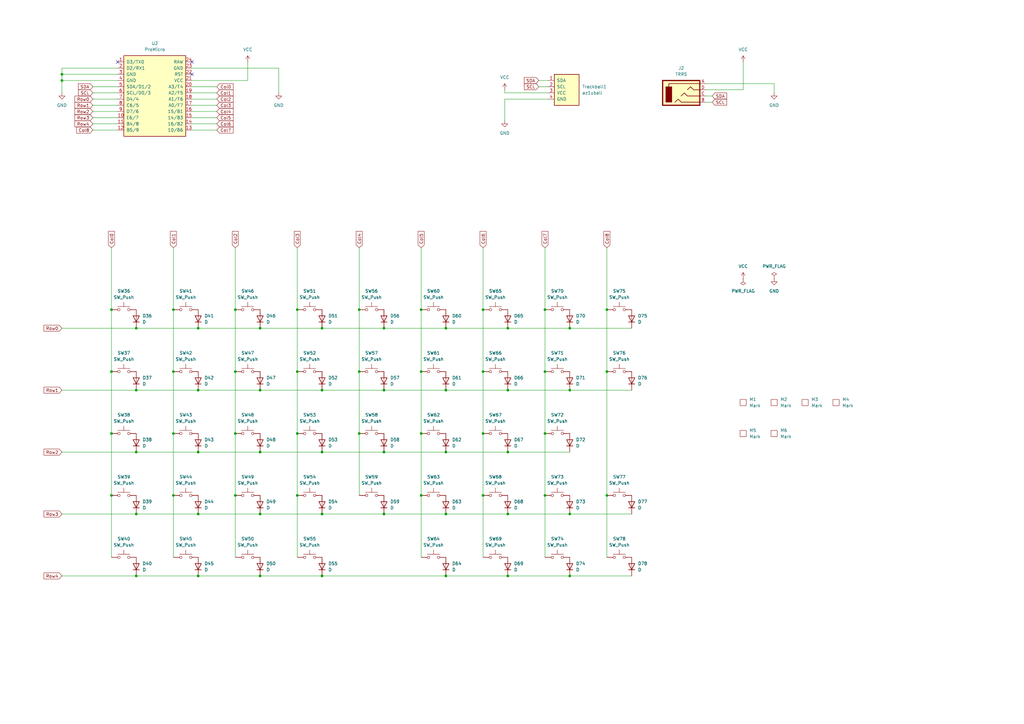
<source format=kicad_sch>
(kicad_sch (version 20231120) (generator "eeschema") (generator_version "8.0")
  (paper "A3")
  (lib_symbols
    (symbol "BrownSugar_KBD:Mark" (pin_numbers hide) (pin_names (offset 0) hide)
      (property "Reference" "M" (at 0 3.81 0))
      (property "Value" "Mark" (at 0 2.54 0))
      (symbol "Mark_0_1"
        (rectangle (start -1.27 1.27) (end 1.27 -1.27))
      )
    )
    (symbol "BrownSugar_KBD:OLED" (pin_names (offset 1.016))
      (property "Reference" "OL" (at 0 7.62 0))
      (property "Value" "OLED" (at 0 -7.62 0))
      (symbol "OLED_0_1"
        (rectangle (start -5.08 6.35) (end 5.08 -6.35) (stroke (width 0.254)) (fill (type background)))
      )
      (symbol "OLED_1_1"
        (pin bidirectional line (at -7.62 3.81 0) (length 2.54) (name "SDA") (number "1"))
        (pin bidirectional line (at -7.62 1.27 0) (length 2.54) (name "SCL") (number "2"))
        (pin power_in line (at -7.62 -1.27 0) (length 2.54) (name "VCC") (number "3"))
        (pin power_in line (at -7.62 -3.81 0) (length 2.54) (name "GND") (number "4"))
      )
    )
    (symbol "BrownSugar_KBD:ProMicro" (pin_names (offset 1.016))
      (property "Reference" "U" (at 0 17.78 0))
      (property "Value" "ProMicro" (at 0 -17.78 0))
      (symbol "ProMicro_0_1"
        (rectangle (start -12.7 16.51) (end 12.7 -16.51) (stroke (width 0.254)) (fill (type background)))
      )
      (symbol "ProMicro_1_1"
        (pin bidirectional line (at -15.24 13.97 0) (length 2.54) (name "D3/TX0") (number "1"))
        (pin bidirectional line (at -15.24 -8.89 0) (length 2.54) (name "E6/7") (number "10"))
        (pin bidirectional line (at -15.24 -11.43 0) (length 2.54) (name "B4/8") (number "11"))
        (pin bidirectional line (at -15.24 -13.97 0) (length 2.54) (name "B5/9") (number "12"))
        (pin bidirectional line (at 15.24 -13.97 180) (length 2.54) (name "10/B6") (number "13"))
        (pin bidirectional line (at 15.24 -11.43 180) (length 2.54) (name "16/B2") (number "14"))
        (pin bidirectional line (at 15.24 -8.89 180) (length 2.54) (name "14/B3") (number "15"))
        (pin bidirectional line (at 15.24 -6.35 180) (length 2.54) (name "15/B1") (number "16"))
        (pin bidirectional line (at 15.24 -3.81 180) (length 2.54) (name "A0/F7") (number "17"))
        (pin bidirectional line (at 15.24 -1.27 180) (length 2.54) (name "A1/F6") (number "18"))
        (pin bidirectional line (at 15.24 1.27 180) (length 2.54) (name "A2/F5") (number "19"))
        (pin bidirectional line (at -15.24 11.43 0) (length 2.54) (name "D2/RX1") (number "2"))
        (pin bidirectional line (at 15.24 3.81 180) (length 2.54) (name "A3/F4") (number "20"))
        (pin power_in line (at 15.24 6.35 180) (length 2.54) (name "VCC") (number "21"))
        (pin input line (at 15.24 8.89 180) (length 2.54) (name "RST") (number "22"))
        (pin power_in line (at 15.24 11.43 180) (length 2.54) (name "GND") (number "23"))
        (pin power_in line (at 15.24 13.97 180) (length 2.54) (name "RAW") (number "24"))
        (pin power_in line (at -15.24 8.89 0) (length 2.54) (name "GND") (number "3"))
        (pin power_in line (at -15.24 6.35 0) (length 2.54) (name "GND") (number "4"))
        (pin bidirectional line (at -15.24 3.81 0) (length 2.54) (name "SDA/D1/2") (number "5"))
        (pin bidirectional line (at -15.24 1.27 0) (length 2.54) (name "SCL/D0/3") (number "6"))
        (pin bidirectional line (at -15.24 -1.27 0) (length 2.54) (name "D4/4") (number "7"))
        (pin bidirectional line (at -15.24 -3.81 0) (length 2.54) (name "C6/5") (number "8"))
        (pin bidirectional line (at -15.24 -6.35 0) (length 2.54) (name "D7/6") (number "9"))
      )
    )
    (symbol "BrownSugar_KBD:TRRS" (pin_names (offset 1.016))
      (property "Reference" "J" (at 0 8.89 0))
      (property "Value" "TRRS" (at 0 6.35 0))
      (symbol "TRRS_0_1"
        (rectangle (start -7.62 5.08) (end 7.62 -5.08) (stroke (width 0.508)) (fill (type background)))
        (rectangle (start -6.35 2.54) (end -3.81 -3.81) (stroke (width 0.127)) (fill (type outline)))
        (polyline (pts (xy 7.62 3.81) (xy -5.08 3.81) (xy -5.08 2.54)) (stroke (width 0.254)))
        (polyline (pts (xy 7.62 -3.81) (xy 0 -3.81) (xy -1.27 -2.54) (xy -2.54 -3.81)) (stroke (width 0.254)))
        (polyline (pts (xy 7.62 -1.27) (xy 2.54 -1.27) (xy 1.27 0) (xy 0 -1.27)) (stroke (width 0.254)))
        (polyline (pts (xy 7.62 1.27) (xy 5.08 1.27) (xy 3.81 2.54) (xy 2.54 1.27)) (stroke (width 0.254)))
      )
      (symbol "TRRS_1_1"
        (pin bidirectional line (at 10.16 3.81 180) (length 2.54) (name "~") (number "A"))
        (pin bidirectional line (at 10.16 -3.81 180) (length 2.54) (name "~") (number "B"))
        (pin bidirectional line (at 10.16 -1.27 180) (length 2.54) (name "~") (number "C"))
        (pin bidirectional line (at 10.16 1.27 180) (length 2.54) (name "~") (number "D"))
      )
    )
    (symbol "Device:D" (pin_numbers hide) (pin_names (offset 1.016) hide)
      (property "Reference" "D" (at 0 2.54 0))
      (property "Value" "D" (at 0 -2.54 0))
      (symbol "D_0_1"
        (polyline (pts (xy -1.27 1.27) (xy -1.27 -1.27)) (stroke (width 0.254)))
        (polyline (pts (xy 1.27 0) (xy -1.27 0)))
        (polyline (pts (xy 1.27 1.27) (xy 1.27 -1.27) (xy -1.27 0) (xy 1.27 1.27)) (stroke (width 0.254)))
      )
      (symbol "D_1_1"
        (pin passive line (at -3.81 0 0) (length 2.54) (name "K") (number "1"))
        (pin passive line (at 3.81 0 180) (length 2.54) (name "A") (number "2"))
      )
    )
    (symbol "Switch:SW_Push" (pin_numbers hide) (pin_names (offset 1.016) hide)
      (property "Reference" "SW" (at 1.27 2.54 0))
      (property "Value" "SW_Push" (at 0 -1.524 0))
      (symbol "SW_Push_0_1"
        (circle (center -2.032 0) (radius 0.508))
        (polyline (pts (xy 0 1.27) (xy 0 3.048)))
        (polyline (pts (xy 2.54 1.27) (xy -2.54 1.27)))
        (circle (center 2.032 0) (radius 0.508))
        (pin passive line (at -5.08 0 0) (length 2.54) (name "1") (number "1"))
        (pin passive line (at 5.08 0 180) (length 2.54) (name "2") (number "2"))
      )
    )
    (symbol "power:GND" (power) (pin_numbers hide) (pin_names (offset 0) hide)
      (property "Value" "GND" (at 0 -3.81 0))
      (symbol "GND_0_1"
        (polyline (pts (xy 0 0) (xy 0 -1.27) (xy 1.27 -1.27) (xy 0 -2.54) (xy -1.27 -1.27) (xy 0 -1.27)))
      )
      (symbol "GND_1_1"
        (pin power_in line (at 0 0 270) (length 0) (name "~") (number "1"))
      )
    )
    (symbol "power:PWR_FLAG" (power) (pin_numbers hide) (pin_names (offset 0) hide)
      (property "Value" "PWR_FLAG" (at 0 3.81 0))
      (symbol "PWR_FLAG_0_0"
        (pin power_out line (at 0 0 90) (length 0) (name "~") (number "1"))
      )
      (symbol "PWR_FLAG_0_1"
        (polyline (pts (xy 0 0) (xy 0 1.27) (xy -1.016 1.905) (xy 0 2.54) (xy 1.016 1.905) (xy 0 1.27)))
      )
    )
    (symbol "power:VCC" (power) (pin_numbers hide) (pin_names (offset 0) hide)
      (property "Value" "VCC" (at 0 3.556 0))
      (symbol "VCC_0_1"
        (polyline (pts (xy -0.762 1.27) (xy 0 2.54)))
        (polyline (pts (xy 0 0) (xy 0 2.54)))
        (polyline (pts (xy 0 2.54) (xy 0.762 1.27)))
      )
      (symbol "VCC_1_1"
        (pin power_in line (at 0 0 90) (length 0) (name "~") (number "1"))
      )
    )
  )
  (junction (at 172.72 127))
  (junction (at 132.08 210.82))
  (junction (at 71.12 203.2))
  (junction (at 132.08 236.22))
  (junction (at 121.92 127))
  (junction (at 172.72 152.4))
  (junction (at 55.88 160.02))
  (junction (at 25.4 30.48))
  (junction (at 157.48 185.42))
  (junction (at 55.88 236.22))
  (junction (at 182.88 160.02))
  (junction (at 106.68 134.62))
  (junction (at 157.48 134.62))
  (junction (at 248.92 152.4))
  (junction (at 96.52 127))
  (junction (at 223.52 127))
  (junction (at 96.52 177.8))
  (junction (at 55.88 185.42))
  (junction (at 223.52 152.4))
  (junction (at 182.88 236.22))
  (junction (at 248.92 203.2))
  (junction (at 71.12 152.4))
  (junction (at 81.28 160.02))
  (junction (at 208.28 210.82))
  (junction (at 121.92 203.2))
  (junction (at 182.88 185.42))
  (junction (at 198.12 152.4))
  (junction (at 208.28 185.42))
  (junction (at 223.52 203.2))
  (junction (at 106.68 210.82))
  (junction (at 208.28 160.02))
  (junction (at 248.92 127))
  (junction (at 81.28 210.82))
  (junction (at 121.92 152.4))
  (junction (at 106.68 160.02))
  (junction (at 208.28 236.22))
  (junction (at 147.32 152.4))
  (junction (at 198.12 203.2))
  (junction (at 132.08 185.42))
  (junction (at 223.52 177.8))
  (junction (at 182.88 210.82))
  (junction (at 71.12 177.8))
  (junction (at 71.12 127))
  (junction (at 55.88 210.82))
  (junction (at 233.68 134.62))
  (junction (at 81.28 185.42))
  (junction (at 198.12 177.8))
  (junction (at 132.08 134.62))
  (junction (at 147.32 177.8))
  (junction (at 172.72 177.8))
  (junction (at 81.28 236.22))
  (junction (at 132.08 160.02))
  (junction (at 96.52 203.2))
  (junction (at 157.48 210.82))
  (junction (at 233.68 236.22))
  (junction (at 182.88 134.62))
  (junction (at 45.72 152.4))
  (junction (at 172.72 203.2))
  (junction (at 96.52 152.4))
  (junction (at 106.68 185.42))
  (junction (at 233.68 210.82))
  (junction (at 25.4 33.02))
  (junction (at 45.72 127))
  (junction (at 147.32 127))
  (junction (at 45.72 177.8))
  (junction (at 81.28 134.62))
  (junction (at 208.28 134.62))
  (junction (at 106.68 236.22))
  (junction (at 198.12 127))
  (junction (at 55.88 134.62))
  (junction (at 157.48 160.02))
  (junction (at 121.92 177.8))
  (junction (at 45.72 203.2))
  (junction (at 233.68 160.02))
  (no_connect (at 48.26 25.4))
  (no_connect (at 78.74 30.48))
  (no_connect (at 78.74 25.4))
  (wire (pts (xy 45.72 101.6) (xy 45.72 127)))
  (wire (pts (xy 208.28 185.42) (xy 233.68 185.42)))
  (wire (pts (xy 25.4 210.82) (xy 55.88 210.82)))
  (wire (pts (xy 248.92 203.2) (xy 248.92 228.6)))
  (wire (pts (xy 38.1 38.1) (xy 48.26 38.1)))
  (wire (pts (xy 208.28 134.62) (xy 233.68 134.62)))
  (wire (pts (xy 198.12 203.2) (xy 198.12 228.6)))
  (wire (pts (xy 38.1 53.34) (xy 48.26 53.34)))
  (wire (pts (xy 25.4 160.02) (xy 55.88 160.02)))
  (wire (pts (xy 38.1 35.56) (xy 48.26 35.56)))
  (wire (pts (xy 101.6 33.02) (xy 101.6 25.4)))
  (wire (pts (xy 147.32 101.6) (xy 147.32 127)))
  (wire (pts (xy 78.74 38.1) (xy 88.9 38.1)))
  (wire (pts (xy 223.52 177.8) (xy 223.52 203.2)))
  (wire (pts (xy 289.56 36.83) (xy 304.8 36.83)))
  (wire (pts (xy 38.1 43.18) (xy 48.26 43.18)))
  (wire (pts (xy 182.88 134.62) (xy 208.28 134.62)))
  (wire (pts (xy 233.68 134.62) (xy 259.08 134.62)))
  (wire (pts (xy 96.52 203.2) (xy 96.52 228.6)))
  (wire (pts (xy 223.52 127) (xy 223.52 152.4)))
  (wire (pts (xy 207.01 40.64) (xy 224.79 40.64)))
  (wire (pts (xy 48.26 30.48) (xy 25.4 30.48)))
  (wire (pts (xy 121.92 127) (xy 121.92 152.4)))
  (wire (pts (xy 121.92 152.4) (xy 121.92 177.8)))
  (wire (pts (xy 207.01 38.1) (xy 224.79 38.1)))
  (wire (pts (xy 96.52 177.8) (xy 96.52 203.2)))
  (wire (pts (xy 71.12 101.6) (xy 71.12 127)))
  (wire (pts (xy 81.28 236.22) (xy 106.68 236.22)))
  (wire (pts (xy 198.12 152.4) (xy 198.12 177.8)))
  (wire (pts (xy 38.1 48.26) (xy 48.26 48.26)))
  (wire (pts (xy 78.74 50.8) (xy 88.9 50.8)))
  (wire (pts (xy 172.72 127) (xy 172.72 152.4)))
  (wire (pts (xy 25.4 185.42) (xy 55.88 185.42)))
  (wire (pts (xy 38.1 40.64) (xy 48.26 40.64)))
  (wire (pts (xy 78.74 48.26) (xy 88.9 48.26)))
  (wire (pts (xy 25.4 27.94) (xy 48.26 27.94)))
  (wire (pts (xy 289.56 34.29) (xy 317.5 34.29)))
  (wire (pts (xy 55.88 236.22) (xy 81.28 236.22)))
  (wire (pts (xy 71.12 203.2) (xy 71.12 228.6)))
  (wire (pts (xy 157.48 134.62) (xy 182.88 134.62)))
  (wire (pts (xy 114.3 27.94) (xy 114.3 38.1)))
  (wire (pts (xy 55.88 210.82) (xy 81.28 210.82)))
  (wire (pts (xy 38.1 45.72) (xy 48.26 45.72)))
  (wire (pts (xy 248.92 101.6) (xy 248.92 127)))
  (wire (pts (xy 96.52 152.4) (xy 96.52 177.8)))
  (wire (pts (xy 106.68 236.22) (xy 132.08 236.22)))
  (wire (pts (xy 45.72 127) (xy 45.72 152.4)))
  (wire (pts (xy 81.28 134.62) (xy 106.68 134.62)))
  (wire (pts (xy 157.48 160.02) (xy 182.88 160.02)))
  (wire (pts (xy 71.12 152.4) (xy 71.12 177.8)))
  (wire (pts (xy 45.72 203.2) (xy 45.72 228.6)))
  (wire (pts (xy 172.72 203.2) (xy 172.72 228.6)))
  (wire (pts (xy 198.12 101.6) (xy 198.12 127)))
  (wire (pts (xy 207.01 36.83) (xy 207.01 38.1)))
  (wire (pts (xy 55.88 185.42) (xy 81.28 185.42)))
  (wire (pts (xy 106.68 160.02) (xy 132.08 160.02)))
  (wire (pts (xy 208.28 160.02) (xy 233.68 160.02)))
  (wire (pts (xy 248.92 127) (xy 248.92 152.4)))
  (wire (pts (xy 48.26 33.02) (xy 25.4 33.02)))
  (wire (pts (xy 25.4 134.62) (xy 55.88 134.62)))
  (wire (pts (xy 78.74 35.56) (xy 88.9 35.56)))
  (wire (pts (xy 71.12 177.8) (xy 71.12 203.2)))
  (wire (pts (xy 147.32 127) (xy 147.32 152.4)))
  (wire (pts (xy 223.52 152.4) (xy 223.52 177.8)))
  (wire (pts (xy 78.74 53.34) (xy 88.9 53.34)))
  (wire (pts (xy 182.88 160.02) (xy 208.28 160.02)))
  (wire (pts (xy 157.48 185.42) (xy 182.88 185.42)))
  (wire (pts (xy 248.92 152.4) (xy 248.92 203.2)))
  (wire (pts (xy 304.8 36.83) (xy 304.8 25.4)))
  (wire (pts (xy 55.88 160.02) (xy 81.28 160.02)))
  (wire (pts (xy 78.74 40.64) (xy 88.9 40.64)))
  (wire (pts (xy 132.08 160.02) (xy 157.48 160.02)))
  (wire (pts (xy 38.1 50.8) (xy 48.26 50.8)))
  (wire (pts (xy 208.28 236.22) (xy 233.68 236.22)))
  (wire (pts (xy 182.88 185.42) (xy 208.28 185.42)))
  (wire (pts (xy 207.01 40.64) (xy 207.01 49.53)))
  (wire (pts (xy 317.5 34.29) (xy 317.5 38.1)))
  (wire (pts (xy 220.98 33.02) (xy 224.79 33.02)))
  (wire (pts (xy 233.68 160.02) (xy 259.08 160.02)))
  (wire (pts (xy 121.92 203.2) (xy 121.92 228.6)))
  (wire (pts (xy 182.88 236.22) (xy 208.28 236.22)))
  (wire (pts (xy 121.92 177.8) (xy 121.92 203.2)))
  (wire (pts (xy 233.68 236.22) (xy 259.08 236.22)))
  (wire (pts (xy 172.72 152.4) (xy 172.72 177.8)))
  (wire (pts (xy 81.28 185.42) (xy 106.68 185.42)))
  (wire (pts (xy 45.72 177.8) (xy 45.72 203.2)))
  (wire (pts (xy 132.08 185.42) (xy 157.48 185.42)))
  (wire (pts (xy 55.88 134.62) (xy 81.28 134.62)))
  (wire (pts (xy 25.4 33.02) (xy 25.4 38.1)))
  (wire (pts (xy 172.72 177.8) (xy 172.72 203.2)))
  (wire (pts (xy 223.52 203.2) (xy 223.52 228.6)))
  (wire (pts (xy 121.92 101.6) (xy 121.92 127)))
  (wire (pts (xy 208.28 210.82) (xy 233.68 210.82)))
  (wire (pts (xy 78.74 43.18) (xy 88.9 43.18)))
  (wire (pts (xy 106.68 134.62) (xy 132.08 134.62)))
  (wire (pts (xy 96.52 101.6) (xy 96.52 127)))
  (wire (pts (xy 132.08 134.62) (xy 157.48 134.62)))
  (wire (pts (xy 114.3 27.94) (xy 78.74 27.94)))
  (wire (pts (xy 106.68 210.82) (xy 132.08 210.82)))
  (wire (pts (xy 96.52 127) (xy 96.52 152.4)))
  (wire (pts (xy 45.72 152.4) (xy 45.72 177.8)))
  (wire (pts (xy 25.4 30.48) (xy 25.4 33.02)))
  (wire (pts (xy 220.98 35.56) (xy 224.79 35.56)))
  (wire (pts (xy 182.88 210.82) (xy 208.28 210.82)))
  (wire (pts (xy 78.74 33.02) (xy 101.6 33.02)))
  (wire (pts (xy 106.68 185.42) (xy 132.08 185.42)))
  (wire (pts (xy 289.56 39.37) (xy 292.1 39.37)))
  (wire (pts (xy 157.48 210.82) (xy 182.88 210.82)))
  (wire (pts (xy 81.28 160.02) (xy 106.68 160.02)))
  (wire (pts (xy 25.4 27.94) (xy 25.4 30.48)))
  (wire (pts (xy 198.12 177.8) (xy 198.12 203.2)))
  (wire (pts (xy 71.12 127) (xy 71.12 152.4)))
  (wire (pts (xy 132.08 236.22) (xy 182.88 236.22)))
  (wire (pts (xy 25.4 236.22) (xy 55.88 236.22)))
  (wire (pts (xy 81.28 210.82) (xy 106.68 210.82)))
  (wire (pts (xy 233.68 210.82) (xy 259.08 210.82)))
  (wire (pts (xy 289.56 41.91) (xy 292.1 41.91)))
  (wire (pts (xy 198.12 127) (xy 198.12 152.4)))
  (wire (pts (xy 172.72 101.6) (xy 172.72 127)))
  (wire (pts (xy 78.74 45.72) (xy 88.9 45.72)))
  (wire (pts (xy 147.32 177.8) (xy 147.32 203.2)))
  (wire (pts (xy 132.08 210.82) (xy 157.48 210.82)))
  (wire (pts (xy 223.52 101.6) (xy 223.52 127)))
  (wire (pts (xy 147.32 152.4) (xy 147.32 177.8)))
  (global_label "Col7" (shape input) (at 88.9 53.34 0) (property "Intersheetrefs" "${INTERSHEET_REFS}" (effects (hide yes))))
  (global_label "Col6" (shape input) (at 88.9 50.8 0) (property "Intersheetrefs" "${INTERSHEET_REFS}" (effects (hide yes))))
  (global_label "Row0" (shape input) (at 25.4 134.62 180) (property "Intersheetrefs" "${INTERSHEET_REFS}" (effects (hide yes))))
  (global_label "Row2" (shape input) (at 25.4 185.42 180) (property "Intersheetrefs" "${INTERSHEET_REFS}" (effects (hide yes))))
  (global_label "Row0" (shape input) (at 38.1 40.64 180) (property "Intersheetrefs" "${INTERSHEET_REFS}" (effects (hide yes))))
  (global_label "Col3" (shape input) (at 121.92 101.6 90) (property "Intersheetrefs" "${INTERSHEET_REFS}" (effects (hide yes))))
  (global_label "Col8" (shape input) (at 248.92 101.6 90) (property "Intersheetrefs" "${INTERSHEET_REFS}" (effects (hide yes))))
  (global_label "Col7" (shape input) (at 223.52 101.6 90) (property "Intersheetrefs" "${INTERSHEET_REFS}" (effects (hide yes))))
  (global_label "Col5" (shape input) (at 88.9 48.26 0) (property "Intersheetrefs" "${INTERSHEET_REFS}" (effects (hide yes))))
  (global_label "Row3" (shape input) (at 38.1 48.26 180) (property "Intersheetrefs" "${INTERSHEET_REFS}" (effects (hide yes))))
  (global_label "SCL" (shape input) (at 220.98 35.56 180) (property "Intersheetrefs" "${INTERSHEET_REFS}" (effects (hide yes))))
  (global_label "Col4" (shape input) (at 147.32 101.6 90) (property "Intersheetrefs" "${INTERSHEET_REFS}" (effects (hide yes))))
  (global_label "Col0" (shape input) (at 88.9 35.56 0) (property "Intersheetrefs" "${INTERSHEET_REFS}" (effects (hide yes))))
  (global_label "SCL" (shape input) (at 292.1 41.91 0) (property "Intersheetrefs" "${INTERSHEET_REFS}" (effects (hide yes))))
  (global_label "Col1" (shape input) (at 88.9 38.1 0) (property "Intersheetrefs" "${INTERSHEET_REFS}" (effects (hide yes))))
  (global_label "Col3" (shape input) (at 88.9 43.18 0) (property "Intersheetrefs" "${INTERSHEET_REFS}" (effects (hide yes))))
  (global_label "Row4" (shape input) (at 38.1 50.8 180) (property "Intersheetrefs" "${INTERSHEET_REFS}" (effects (hide yes))))
  (global_label "Col5" (shape input) (at 172.72 101.6 90) (property "Intersheetrefs" "${INTERSHEET_REFS}" (effects (hide yes))))
  (global_label "Row4" (shape input) (at 25.4 236.22 180) (property "Intersheetrefs" "${INTERSHEET_REFS}" (effects (hide yes))))
  (global_label "Col0" (shape input) (at 45.72 101.6 90) (property "Intersheetrefs" "${INTERSHEET_REFS}" (effects (hide yes))))
  (global_label "SDA" (shape input) (at 220.98 33.02 180) (property "Intersheetrefs" "${INTERSHEET_REFS}" (effects (hide yes))))
  (global_label "Row1" (shape input) (at 25.4 160.02 180) (property "Intersheetrefs" "${INTERSHEET_REFS}" (effects (hide yes))))
  (global_label "Col1" (shape input) (at 71.12 101.6 90) (property "Intersheetrefs" "${INTERSHEET_REFS}" (effects (hide yes))))
  (global_label "Row3" (shape input) (at 25.4 210.82 180) (property "Intersheetrefs" "${INTERSHEET_REFS}" (effects (hide yes))))
  (global_label "Col2" (shape input) (at 96.52 101.6 90) (property "Intersheetrefs" "${INTERSHEET_REFS}" (effects (hide yes))))
  (global_label "Row2" (shape input) (at 38.1 45.72 180) (property "Intersheetrefs" "${INTERSHEET_REFS}" (effects (hide yes))))
  (global_label "SCL" (shape input) (at 38.1 38.1 180) (property "Intersheetrefs" "${INTERSHEET_REFS}" (effects (hide yes))))
  (global_label "Col8" (shape input) (at 38.1 53.34 180) (property "Intersheetrefs" "${INTERSHEET_REFS}" (effects (hide yes))))
  (global_label "SDA" (shape input) (at 292.1 39.37 0) (property "Intersheetrefs" "${INTERSHEET_REFS}" (effects (hide yes))))
  (global_label "Row1" (shape input) (at 38.1 43.18 180) (property "Intersheetrefs" "${INTERSHEET_REFS}" (effects (hide yes))))
  (global_label "Col4" (shape input) (at 88.9 45.72 0) (property "Intersheetrefs" "${INTERSHEET_REFS}" (effects (hide yes))))
  (global_label "SDA" (shape input) (at 38.1 35.56 180) (property "Intersheetrefs" "${INTERSHEET_REFS}" (effects (hide yes))))
  (global_label "Col6" (shape input) (at 198.12 101.6 90) (property "Intersheetrefs" "${INTERSHEET_REFS}" (effects (hide yes))))
  (global_label "Col2" (shape input) (at 88.9 40.64 0) (property "Intersheetrefs" "${INTERSHEET_REFS}" (effects (hide yes))))
  (symbol (lib_id "Device:D") (at 106.68 156.21 90) (unit 1)
    (property "Reference" "D47" (at 109.22 154.9399 90) (effects (justify right)))
    (property "Value" "D" (at 109.22 157.4799 90) (effects (justify right)))
    (property "Footprint" "kbd_Parts:Diode_TH_SMD" (effects (hide yes)))
    (property "Description" "Diode" (effects (hide yes)))
    (property "Sim.Device" "D" (effects (hide yes)))
    (property "Sim.Pins" "1=K 2=A" (effects (hide yes)))
  )
  (symbol (lib_id "Switch:SW_Push") (at 254 203.2 0) (mirror y) (unit 1)
    (property "Reference" "SW77" (at 254 195.58 0))
    (property "Value" "SW_Push" (at 254 198.12 0))
    (property "Footprint" "kbd_SW:Choc_Hotswap_1u" (effects (hide yes)))
    (property "Description" "Push button switch, generic, two pins" (effects (hide yes)))
  )
  (symbol (lib_id "Device:D") (at 182.88 156.21 90) (unit 1)
    (property "Reference" "D61" (at 185.42 154.9399 90) (effects (justify right)))
    (property "Value" "D" (at 185.42 157.4799 90) (effects (justify right)))
    (property "Footprint" "kbd_Parts:Diode_TH_SMD" (effects (hide yes)))
    (property "Description" "Diode" (effects (hide yes)))
    (property "Sim.Device" "D" (effects (hide yes)))
    (property "Sim.Pins" "1=K 2=A" (effects (hide yes)))
  )
  (symbol (lib_id "Device:D") (at 106.68 232.41 90) (unit 1)
    (property "Reference" "D50" (at 109.22 231.1399 90) (effects (justify right)))
    (property "Value" "D" (at 109.22 233.6799 90) (effects (justify right)))
    (property "Footprint" "kbd_Parts:Diode_TH_SMD" (effects (hide yes)))
    (property "Description" "Diode" (effects (hide yes)))
    (property "Sim.Device" "D" (effects (hide yes)))
    (property "Sim.Pins" "1=K 2=A" (effects (hide yes)))
  )
  (symbol (lib_id "Switch:SW_Push") (at 127 203.2 0) (mirror y) (unit 1)
    (property "Reference" "SW54" (at 127 195.58 0))
    (property "Value" "SW_Push" (at 127 198.12 0))
    (property "Footprint" "kbd_SW:Choc_Hotswap_1u" (effects (hide yes)))
    (property "Description" "Push button switch, generic, two pins" (effects (hide yes)))
  )
  (symbol (lib_id "Device:D") (at 233.68 130.81 90) (unit 1)
    (property "Reference" "D70" (at 236.22 129.5399 90) (effects (justify right)))
    (property "Value" "D" (at 236.22 132.0799 90) (effects (justify right)))
    (property "Footprint" "kbd_Parts:Diode_TH_SMD" (effects (hide yes)))
    (property "Description" "Diode" (effects (hide yes)))
    (property "Sim.Device" "D" (effects (hide yes)))
    (property "Sim.Pins" "1=K 2=A" (effects (hide yes)))
  )
  (symbol (lib_id "Switch:SW_Push") (at 76.2 228.6 0) (mirror y) (unit 1)
    (property "Reference" "SW45" (at 76.2 220.98 0))
    (property "Value" "SW_Push" (at 76.2 223.52 0))
    (property "Footprint" "kbd_SW:Choc_Hotswap_1u" (effects (hide yes)))
    (property "Description" "Push button switch, generic, two pins" (effects (hide yes)))
  )
  (symbol (lib_id "Device:D") (at 259.08 130.81 90) (unit 1)
    (property "Reference" "D75" (at 261.62 129.5399 90) (effects (justify right)))
    (property "Value" "D" (at 261.62 132.0799 90) (effects (justify right)))
    (property "Footprint" "kbd_Parts:Diode_TH_SMD" (effects (hide yes)))
    (property "Description" "Diode" (effects (hide yes)))
    (property "Sim.Device" "D" (effects (hide yes)))
    (property "Sim.Pins" "1=K 2=A" (effects (hide yes)))
  )
  (symbol (lib_id "Switch:SW_Push") (at 101.6 177.8 0) (mirror y) (unit 1)
    (property "Reference" "SW48" (at 101.6 170.18 0))
    (property "Value" "SW_Push" (at 101.6 172.72 0))
    (property "Footprint" "kbd_SW:Choc_Hotswap_1u" (effects (hide yes)))
    (property "Description" "Push button switch, generic, two pins" (effects (hide yes)))
  )
  (symbol (lib_id "power:PWR_FLAG") (at 317.5 114.3 0) (unit 1)
    (property "Reference" "#FLG03" (effects (hide yes)))
    (property "Value" "PWR_FLAG" (at 317.5 109.22 0))
    (property "Description" "Special symbol for telling ERC where power comes from" (effects (hide yes)))
  )
  (symbol (lib_id "Device:D") (at 132.08 232.41 90) (unit 1)
    (property "Reference" "D55" (at 134.62 231.1399 90) (effects (justify right)))
    (property "Value" "D" (at 134.62 233.6799 90) (effects (justify right)))
    (property "Footprint" "kbd_Parts:Diode_TH_SMD" (effects (hide yes)))
    (property "Description" "Diode" (effects (hide yes)))
    (property "Sim.Device" "D" (effects (hide yes)))
    (property "Sim.Pins" "1=K 2=A" (effects (hide yes)))
  )
  (symbol (lib_id "Device:D") (at 208.28 207.01 90) (unit 1)
    (property "Reference" "D68" (at 210.82 205.7399 90) (effects (justify right)))
    (property "Value" "D" (at 210.82 208.2799 90) (effects (justify right)))
    (property "Footprint" "kbd_Parts:Diode_TH_SMD" (effects (hide yes)))
    (property "Description" "Diode" (effects (hide yes)))
    (property "Sim.Device" "D" (effects (hide yes)))
    (property "Sim.Pins" "1=K 2=A" (effects (hide yes)))
  )
  (symbol (lib_id "Switch:SW_Push") (at 101.6 152.4 0) (mirror y) (unit 1)
    (property "Reference" "SW47" (at 101.6 144.78 0))
    (property "Value" "SW_Push" (at 101.6 147.32 0))
    (property "Footprint" "kbd_SW:Choc_Hotswap_1u" (effects (hide yes)))
    (property "Description" "Push button switch, generic, two pins" (effects (hide yes)))
  )
  (symbol (lib_id "Device:D") (at 132.08 207.01 90) (unit 1)
    (property "Reference" "D54" (at 134.62 205.7399 90) (effects (justify right)))
    (property "Value" "D" (at 134.62 208.2799 90) (effects (justify right)))
    (property "Footprint" "kbd_Parts:Diode_TH_SMD" (effects (hide yes)))
    (property "Description" "Diode" (effects (hide yes)))
    (property "Sim.Device" "D" (effects (hide yes)))
    (property "Sim.Pins" "1=K 2=A" (effects (hide yes)))
  )
  (symbol (lib_id "Switch:SW_Push") (at 228.6 177.8 0) (mirror y) (unit 1)
    (property "Reference" "SW72" (at 228.6 170.18 0))
    (property "Value" "SW_Push" (at 228.6 172.72 0))
    (property "Footprint" "kbd_SW:Choc_Hotswap_2u_Stab" (effects (hide yes)))
    (property "Description" "Push button switch, generic, two pins" (effects (hide yes)))
  )
  (symbol (lib_id "Device:D") (at 233.68 156.21 90) (unit 1)
    (property "Reference" "D71" (at 236.22 154.9399 90) (effects (justify right)))
    (property "Value" "D" (at 236.22 157.4799 90) (effects (justify right)))
    (property "Footprint" "kbd_Parts:Diode_TH_SMD" (effects (hide yes)))
    (property "Description" "Diode" (effects (hide yes)))
    (property "Sim.Device" "D" (effects (hide yes)))
    (property "Sim.Pins" "1=K 2=A" (effects (hide yes)))
  )
  (symbol (lib_id "Device:D") (at 233.68 232.41 90) (unit 1)
    (property "Reference" "D74" (at 236.22 231.1399 90) (effects (justify right)))
    (property "Value" "D" (at 236.22 233.6799 90) (effects (justify right)))
    (property "Footprint" "kbd_Parts:Diode_TH_SMD" (effects (hide yes)))
    (property "Description" "Diode" (effects (hide yes)))
    (property "Sim.Device" "D" (effects (hide yes)))
    (property "Sim.Pins" "1=K 2=A" (effects (hide yes)))
  )
  (symbol (lib_id "Device:D") (at 157.48 156.21 90) (unit 1)
    (property "Reference" "D57" (at 160.02 154.9399 90) (effects (justify right)))
    (property "Value" "D" (at 160.02 157.4799 90) (effects (justify right)))
    (property "Footprint" "kbd_Parts:Diode_TH_SMD" (effects (hide yes)))
    (property "Description" "Diode" (effects (hide yes)))
    (property "Sim.Device" "D" (effects (hide yes)))
    (property "Sim.Pins" "1=K 2=A" (effects (hide yes)))
  )
  (symbol (lib_id "Switch:SW_Push") (at 203.2 152.4 0) (mirror y) (unit 1)
    (property "Reference" "SW66" (at 203.2 144.78 0))
    (property "Value" "SW_Push" (at 203.2 147.32 0))
    (property "Footprint" "kbd_SW:Choc_Hotswap_1u" (effects (hide yes)))
    (property "Description" "Push button switch, generic, two pins" (effects (hide yes)))
  )
  (symbol (lib_id "Switch:SW_Push") (at 203.2 177.8 0) (mirror y) (unit 1)
    (property "Reference" "SW67" (at 203.2 170.18 0))
    (property "Value" "SW_Push" (at 203.2 172.72 0))
    (property "Footprint" "kbd_SW:Choc_Hotswap_1u" (effects (hide yes)))
    (property "Description" "Push button switch, generic, two pins" (effects (hide yes)))
  )
  (symbol (lib_id "Switch:SW_Push") (at 177.8 177.8 0) (mirror y) (unit 1)
    (property "Reference" "SW62" (at 177.8 170.18 0))
    (property "Value" "SW_Push" (at 177.8 172.72 0))
    (property "Footprint" "kbd_SW:Choc_Hotswap_1u" (effects (hide yes)))
    (property "Description" "Push button switch, generic, two pins" (effects (hide yes)))
  )
  (symbol (lib_id "Device:D") (at 106.68 207.01 90) (unit 1)
    (property "Reference" "D49" (at 109.22 205.7399 90) (effects (justify right)))
    (property "Value" "D" (at 109.22 208.2799 90) (effects (justify right)))
    (property "Footprint" "kbd_Parts:Diode_TH_SMD" (effects (hide yes)))
    (property "Description" "Diode" (effects (hide yes)))
    (property "Sim.Device" "D" (effects (hide yes)))
    (property "Sim.Pins" "1=K 2=A" (effects (hide yes)))
  )
  (symbol (lib_id "Device:D") (at 132.08 130.81 90) (unit 1)
    (property "Reference" "D51" (at 134.62 129.5399 90) (effects (justify right)))
    (property "Value" "D" (at 134.62 132.0799 90) (effects (justify right)))
    (property "Footprint" "kbd_Parts:Diode_TH_SMD" (effects (hide yes)))
    (property "Description" "Diode" (effects (hide yes)))
    (property "Sim.Device" "D" (effects (hide yes)))
    (property "Sim.Pins" "1=K 2=A" (effects (hide yes)))
  )
  (symbol (lib_id "Device:D") (at 182.88 130.81 90) (unit 1)
    (property "Reference" "D60" (at 185.42 129.5399 90) (effects (justify right)))
    (property "Value" "D" (at 185.42 132.0799 90) (effects (justify right)))
    (property "Footprint" "kbd_Parts:Diode_TH_SMD" (effects (hide yes)))
    (property "Description" "Diode" (effects (hide yes)))
    (property "Sim.Device" "D" (effects (hide yes)))
    (property "Sim.Pins" "1=K 2=A" (effects (hide yes)))
  )
  (symbol (lib_id "Switch:SW_Push") (at 76.2 152.4 0) (mirror y) (unit 1)
    (property "Reference" "SW42" (at 76.2 144.78 0))
    (property "Value" "SW_Push" (at 76.2 147.32 0))
    (property "Footprint" "kbd_SW:Choc_Hotswap_1u" (effects (hide yes)))
    (property "Description" "Push button switch, generic, two pins" (effects (hide yes)))
  )
  (symbol (lib_id "Device:D") (at 132.08 156.21 90) (unit 1)
    (property "Reference" "D52" (at 134.62 154.9399 90) (effects (justify right)))
    (property "Value" "D" (at 134.62 157.4799 90) (effects (justify right)))
    (property "Footprint" "kbd_Parts:Diode_TH_SMD" (effects (hide yes)))
    (property "Description" "Diode" (effects (hide yes)))
    (property "Sim.Device" "D" (effects (hide yes)))
    (property "Sim.Pins" "1=K 2=A" (effects (hide yes)))
  )
  (symbol (lib_id "Device:D") (at 55.88 156.21 90) (unit 1)
    (property "Reference" "D37" (at 58.42 154.9399 90) (effects (justify right)))
    (property "Value" "D" (at 58.42 157.4799 90) (effects (justify right)))
    (property "Footprint" "kbd_Parts:Diode_TH_SMD" (effects (hide yes)))
    (property "Description" "Diode" (effects (hide yes)))
    (property "Sim.Device" "D" (effects (hide yes)))
    (property "Sim.Pins" "1=K 2=A" (effects (hide yes)))
  )
  (symbol (lib_id "Device:D") (at 259.08 207.01 90) (unit 1)
    (property "Reference" "D77" (at 261.62 205.7399 90) (effects (justify right)))
    (property "Value" "D" (at 261.62 208.2799 90) (effects (justify right)))
    (property "Footprint" "kbd_Parts:Diode_TH_SMD" (effects (hide yes)))
    (property "Description" "Diode" (effects (hide yes)))
    (property "Sim.Device" "D" (effects (hide yes)))
    (property "Sim.Pins" "1=K 2=A" (effects (hide yes)))
  )
  (symbol (lib_id "Switch:SW_Push") (at 50.8 203.2 0) (mirror y) (unit 1)
    (property "Reference" "SW39" (at 50.8 195.58 0))
    (property "Value" "SW_Push" (at 50.8 198.12 0))
    (property "Footprint" "kbd_SW:Choc_Hotswap_1u" (effects (hide yes)))
    (property "Description" "Push button switch, generic, two pins" (effects (hide yes)))
  )
  (symbol (lib_id "Switch:SW_Push") (at 177.8 228.6 0) (mirror y) (unit 1)
    (property "Reference" "SW64" (at 177.8 220.98 0))
    (property "Value" "SW_Push" (at 177.8 223.52 0))
    (property "Footprint" "kbd_SW:Choc_Hotswap_1u" (effects (hide yes)))
    (property "Description" "Push button switch, generic, two pins" (effects (hide yes)))
  )
  (symbol (lib_id "BrownSugar_KBD:Mark") (at 317.5 177.8 0) (unit 1)
    (property "Reference" "M6" (at 320.04 176.5299 0) (effects (justify left)))
    (property "Value" "Mark" (at 320.04 179.0699 0) (effects (justify left)))
    (property "Footprint" "kbd_Hole:m2_Screw_Hole" (effects (hide yes)))
  )
  (symbol (lib_id "Device:D") (at 55.88 232.41 90) (unit 1)
    (property "Reference" "D40" (at 58.42 231.1399 90) (effects (justify right)))
    (property "Value" "D" (at 58.42 233.6799 90) (effects (justify right)))
    (property "Footprint" "kbd_Parts:Diode_TH_SMD" (effects (hide yes)))
    (property "Description" "Diode" (effects (hide yes)))
    (property "Sim.Device" "D" (effects (hide yes)))
    (property "Sim.Pins" "1=K 2=A" (effects (hide yes)))
  )
  (symbol (lib_id "Switch:SW_Push") (at 177.8 203.2 0) (mirror y) (unit 1)
    (property "Reference" "SW63" (at 177.8 195.58 0))
    (property "Value" "SW_Push" (at 177.8 198.12 0))
    (property "Footprint" "kbd_SW:Choc_Hotswap_1u" (effects (hide yes)))
    (property "Description" "Push button switch, generic, two pins" (effects (hide yes)))
  )
  (symbol (lib_id "Device:D") (at 182.88 232.41 90) (unit 1)
    (property "Reference" "D64" (at 185.42 231.1399 90) (effects (justify right)))
    (property "Value" "D" (at 185.42 233.6799 90) (effects (justify right)))
    (property "Footprint" "kbd_Parts:Diode_TH_SMD" (effects (hide yes)))
    (property "Description" "Diode" (effects (hide yes)))
    (property "Sim.Device" "D" (effects (hide yes)))
    (property "Sim.Pins" "1=K 2=A" (effects (hide yes)))
  )
  (symbol (lib_id "Switch:SW_Push") (at 228.6 152.4 0) (mirror y) (unit 1)
    (property "Reference" "SW71" (at 228.6 144.78 0))
    (property "Value" "SW_Push" (at 228.6 147.32 0))
    (property "Footprint" "kbd_SW:Choc_Hotswap_1u" (effects (hide yes)))
    (property "Description" "Push button switch, generic, two pins" (effects (hide yes)))
  )
  (symbol (lib_id "Switch:SW_Push") (at 127 152.4 0) (mirror y) (unit 1)
    (property "Reference" "SW52" (at 127 144.78 0))
    (property "Value" "SW_Push" (at 127 147.32 0))
    (property "Footprint" "kbd_SW:Choc_Hotswap_1u" (effects (hide yes)))
    (property "Description" "Push button switch, generic, two pins" (effects (hide yes)))
  )
  (symbol (lib_id "Device:D") (at 106.68 181.61 90) (unit 1)
    (property "Reference" "D48" (at 109.22 180.3399 90) (effects (justify right)))
    (property "Value" "D" (at 109.22 182.8799 90) (effects (justify right)))
    (property "Footprint" "kbd_Parts:Diode_TH_SMD" (effects (hide yes)))
    (property "Description" "Diode" (effects (hide yes)))
    (property "Sim.Device" "D" (effects (hide yes)))
    (property "Sim.Pins" "1=K 2=A" (effects (hide yes)))
  )
  (symbol (lib_id "Device:D") (at 55.88 207.01 90) (unit 1)
    (property "Reference" "D39" (at 58.42 205.7399 90) (effects (justify right)))
    (property "Value" "D" (at 58.42 208.2799 90) (effects (justify right)))
    (property "Footprint" "kbd_Parts:Diode_TH_SMD" (effects (hide yes)))
    (property "Description" "Diode" (effects (hide yes)))
    (property "Sim.Device" "D" (effects (hide yes)))
    (property "Sim.Pins" "1=K 2=A" (effects (hide yes)))
  )
  (symbol (lib_id "Device:D") (at 208.28 181.61 90) (unit 1)
    (property "Reference" "D67" (at 210.82 180.3399 90) (effects (justify right)))
    (property "Value" "D" (at 210.82 182.8799 90) (effects (justify right)))
    (property "Footprint" "kbd_Parts:Diode_TH_SMD" (effects (hide yes)))
    (property "Description" "Diode" (effects (hide yes)))
    (property "Sim.Device" "D" (effects (hide yes)))
    (property "Sim.Pins" "1=K 2=A" (effects (hide yes)))
  )
  (symbol (lib_id "power:VCC") (at 304.8 114.3 0) (unit 1)
    (property "Reference" "#PWR03" (effects (hide yes)))
    (property "Value" "VCC" (at 304.8 109.22 0))
    (property "Description" "Power symbol creates a global label with name \"VCC\"" (effects (hide yes)))
  )
  (symbol (lib_id "Device:D") (at 182.88 207.01 90) (unit 1)
    (property "Reference" "D63" (at 185.42 205.7399 90) (effects (justify right)))
    (property "Value" "D" (at 185.42 208.2799 90) (effects (justify right)))
    (property "Footprint" "kbd_Parts:Diode_TH_SMD" (effects (hide yes)))
    (property "Description" "Diode" (effects (hide yes)))
    (property "Sim.Device" "D" (effects (hide yes)))
    (property "Sim.Pins" "1=K 2=A" (effects (hide yes)))
  )
  (symbol (lib_id "Device:D") (at 157.48 130.81 90) (unit 1)
    (property "Reference" "D56" (at 160.02 129.5399 90) (effects (justify right)))
    (property "Value" "D" (at 160.02 132.0799 90) (effects (justify right)))
    (property "Footprint" "kbd_Parts:Diode_TH_SMD" (effects (hide yes)))
    (property "Description" "Diode" (effects (hide yes)))
    (property "Sim.Device" "D" (effects (hide yes)))
    (property "Sim.Pins" "1=K 2=A" (effects (hide yes)))
  )
  (symbol (lib_id "Switch:SW_Push") (at 254 152.4 0) (mirror y) (unit 1)
    (property "Reference" "SW76" (at 254 144.78 0))
    (property "Value" "SW_Push" (at 254 147.32 0))
    (property "Footprint" "kbd_SW:Choc_Hotswap_1u" (effects (hide yes)))
    (property "Description" "Push button switch, generic, two pins" (effects (hide yes)))
  )
  (symbol (lib_id "Switch:SW_Push") (at 177.8 127 0) (mirror y) (unit 1)
    (property "Reference" "SW60" (at 177.8 119.38 0))
    (property "Value" "SW_Push" (at 177.8 121.92 0))
    (property "Footprint" "kbd_SW:Choc_Hotswap_1u" (effects (hide yes)))
    (property "Description" "Push button switch, generic, two pins" (effects (hide yes)))
  )
  (symbol (lib_id "Device:D") (at 55.88 181.61 90) (unit 1)
    (property "Reference" "D38" (at 58.42 180.3399 90) (effects (justify right)))
    (property "Value" "D" (at 58.42 182.8799 90) (effects (justify right)))
    (property "Footprint" "kbd_Parts:Diode_TH_SMD" (effects (hide yes)))
    (property "Description" "Diode" (effects (hide yes)))
    (property "Sim.Device" "D" (effects (hide yes)))
    (property "Sim.Pins" "1=K 2=A" (effects (hide yes)))
  )
  (symbol (lib_id "Switch:SW_Push") (at 50.8 228.6 0) (mirror y) (unit 1)
    (property "Reference" "SW40" (at 50.8 220.98 0))
    (property "Value" "SW_Push" (at 50.8 223.52 0))
    (property "Footprint" "kbd_SW:Choc_Hotswap_1u" (effects (hide yes)))
    (property "Description" "Push button switch, generic, two pins" (effects (hide yes)))
  )
  (symbol (lib_id "Switch:SW_Push") (at 177.8 152.4 0) (mirror y) (unit 1)
    (property "Reference" "SW61" (at 177.8 144.78 0))
    (property "Value" "SW_Push" (at 177.8 147.32 0))
    (property "Footprint" "kbd_SW:Choc_Hotswap_1u" (effects (hide yes)))
    (property "Description" "Push button switch, generic, two pins" (effects (hide yes)))
  )
  (symbol (lib_id "Switch:SW_Push") (at 101.6 203.2 0) (mirror y) (unit 1)
    (property "Reference" "SW49" (at 101.6 195.58 0))
    (property "Value" "SW_Push" (at 101.6 198.12 0))
    (property "Footprint" "kbd_SW:Choc_Hotswap_1u" (effects (hide yes)))
    (property "Description" "Push button switch, generic, two pins" (effects (hide yes)))
  )
  (symbol (lib_id "Switch:SW_Push") (at 152.4 152.4 0) (mirror y) (unit 1)
    (property "Reference" "SW57" (at 152.4 144.78 0))
    (property "Value" "SW_Push" (at 152.4 147.32 0))
    (property "Footprint" "kbd_SW:Choc_Hotswap_1u" (effects (hide yes)))
    (property "Description" "Push button switch, generic, two pins" (effects (hide yes)))
  )
  (symbol (lib_id "Switch:SW_Push") (at 76.2 203.2 0) (mirror y) (unit 1)
    (property "Reference" "SW44" (at 76.2 195.58 0))
    (property "Value" "SW_Push" (at 76.2 198.12 0))
    (property "Footprint" "kbd_SW:Choc_Hotswap_1u" (effects (hide yes)))
    (property "Description" "Push button switch, generic, two pins" (effects (hide yes)))
  )
  (symbol (lib_id "Device:D") (at 81.28 130.81 90) (unit 1)
    (property "Reference" "D41" (at 83.82 129.5399 90) (effects (justify right)))
    (property "Value" "D" (at 83.82 132.0799 90) (effects (justify right)))
    (property "Footprint" "kbd_Parts:Diode_TH_SMD" (effects (hide yes)))
    (property "Description" "Diode" (effects (hide yes)))
    (property "Sim.Device" "D" (effects (hide yes)))
    (property "Sim.Pins" "1=K 2=A" (effects (hide yes)))
  )
  (symbol (lib_id "power:GND") (at 207.01 49.53 0) (unit 1)
    (property "Reference" "#PWR011" (effects (hide yes)))
    (property "Value" "GND" (at 207.01 54.61 0))
    (property "Description" "Power symbol creates a global label with name \"GND\" , ground" (effects (hide yes)))
  )
  (symbol (lib_id "Device:D") (at 106.68 130.81 90) (unit 1)
    (property "Reference" "D46" (at 109.22 129.5399 90) (effects (justify right)))
    (property "Value" "D" (at 109.22 132.0799 90) (effects (justify right)))
    (property "Footprint" "kbd_Parts:Diode_TH_SMD" (effects (hide yes)))
    (property "Description" "Diode" (effects (hide yes)))
    (property "Sim.Device" "D" (effects (hide yes)))
    (property "Sim.Pins" "1=K 2=A" (effects (hide yes)))
  )
  (symbol (lib_id "Switch:SW_Push") (at 228.6 203.2 0) (mirror y) (unit 1)
    (property "Reference" "SW73" (at 228.6 195.58 0))
    (property "Value" "SW_Push" (at 228.6 198.12 0))
    (property "Footprint" "kbd_SW:Choc_Hotswap_1u" (effects (hide yes)))
    (property "Description" "Push button switch, generic, two pins" (effects (hide yes)))
  )
  (symbol (lib_id "Switch:SW_Push") (at 203.2 228.6 0) (mirror y) (unit 1)
    (property "Reference" "SW69" (at 203.2 220.98 0))
    (property "Value" "SW_Push" (at 203.2 223.52 0))
    (property "Footprint" "kbd_SW:Choc_Hotswap_1u" (effects (hide yes)))
    (property "Description" "Push button switch, generic, two pins" (effects (hide yes)))
  )
  (symbol (lib_id "Device:D") (at 259.08 232.41 90) (unit 1)
    (property "Reference" "D78" (at 261.62 231.1399 90) (effects (justify right)))
    (property "Value" "D" (at 261.62 233.6799 90) (effects (justify right)))
    (property "Footprint" "kbd_Parts:Diode_TH_SMD" (effects (hide yes)))
    (property "Description" "Diode" (effects (hide yes)))
    (property "Sim.Device" "D" (effects (hide yes)))
    (property "Sim.Pins" "1=K 2=A" (effects (hide yes)))
  )
  (symbol (lib_id "Switch:SW_Push") (at 127 228.6 0) (mirror y) (unit 1)
    (property "Reference" "SW55" (at 127 220.98 0))
    (property "Value" "SW_Push" (at 127 223.52 0))
    (property "Footprint" "kbd_SW:Choc_Hotswap_1u" (effects (hide yes)))
    (property "Description" "Push button switch, generic, two pins" (effects (hide yes)))
  )
  (symbol (lib_id "Device:D") (at 208.28 130.81 90) (unit 1)
    (property "Reference" "D65" (at 210.82 129.5399 90) (effects (justify right)))
    (property "Value" "D" (at 210.82 132.0799 90) (effects (justify right)))
    (property "Footprint" "kbd_Parts:Diode_TH_SMD" (effects (hide yes)))
    (property "Description" "Diode" (effects (hide yes)))
    (property "Sim.Device" "D" (effects (hide yes)))
    (property "Sim.Pins" "1=K 2=A" (effects (hide yes)))
  )
  (symbol (lib_id "Switch:SW_Push") (at 50.8 152.4 0) (mirror y) (unit 1)
    (property "Reference" "SW37" (at 50.8 144.78 0))
    (property "Value" "SW_Push" (at 50.8 147.32 0))
    (property "Footprint" "kbd_SW:Choc_Hotswap_1u" (effects (hide yes)))
    (property "Description" "Push button switch, generic, two pins" (effects (hide yes)))
  )
  (symbol (lib_id "Device:D") (at 182.88 181.61 90) (unit 1)
    (property "Reference" "D62" (at 185.42 180.3399 90) (effects (justify right)))
    (property "Value" "D" (at 185.42 182.8799 90) (effects (justify right)))
    (property "Footprint" "kbd_Parts:Diode_TH_SMD" (effects (hide yes)))
    (property "Description" "Diode" (effects (hide yes)))
    (property "Sim.Device" "D" (effects (hide yes)))
    (property "Sim.Pins" "1=K 2=A" (effects (hide yes)))
  )
  (symbol (lib_id "BrownSugar_KBD:Mark") (at 304.8 165.1 0) (unit 1)
    (property "Reference" "M1" (at 307.34 163.8299 0) (effects (justify left)))
    (property "Value" "Mark" (at 307.34 166.3699 0) (effects (justify left)))
    (property "Footprint" "kbd_Hole:m2_Spacer_Hole_hex" (effects (hide yes)))
  )
  (symbol (lib_id "Switch:SW_Push") (at 76.2 177.8 0) (mirror y) (unit 1)
    (property "Reference" "SW43" (at 76.2 170.18 0))
    (property "Value" "SW_Push" (at 76.2 172.72 0))
    (property "Footprint" "kbd_SW:Choc_Hotswap_1u" (effects (hide yes)))
    (property "Description" "Push button switch, generic, two pins" (effects (hide yes)))
  )
  (symbol (lib_id "Device:D") (at 208.28 232.41 90) (unit 1)
    (property "Reference" "D69" (at 210.82 231.1399 90) (effects (justify right)))
    (property "Value" "D" (at 210.82 233.6799 90) (effects (justify right)))
    (property "Footprint" "kbd_Parts:Diode_TH_SMD" (effects (hide yes)))
    (property "Description" "Diode" (effects (hide yes)))
    (property "Sim.Device" "D" (effects (hide yes)))
    (property "Sim.Pins" "1=K 2=A" (effects (hide yes)))
  )
  (symbol (lib_id "Device:D") (at 81.28 207.01 90) (unit 1)
    (property "Reference" "D44" (at 83.82 205.7399 90) (effects (justify right)))
    (property "Value" "D" (at 83.82 208.2799 90) (effects (justify right)))
    (property "Footprint" "kbd_Parts:Diode_TH_SMD" (effects (hide yes)))
    (property "Description" "Diode" (effects (hide yes)))
    (property "Sim.Device" "D" (effects (hide yes)))
    (property "Sim.Pins" "1=K 2=A" (effects (hide yes)))
  )
  (symbol (lib_id "BrownSugar_KBD:OLED") (at 232.41 36.83 0) (unit 1)
    (property "Reference" "Trackball1" (at 238.76 35.5599 0) (effects (justify left)))
    (property "Value" "az1uball" (at 238.76 38.0999 0) (effects (justify left)))
    (property "Footprint" "kicad:AZ1UBALL" (effects (hide yes)))
  )
  (symbol (lib_id "BrownSugar_KBD:Mark") (at 330.2 165.1 0) (unit 1)
    (property "Reference" "M3" (at 332.74 163.8299 0) (effects (justify left)))
    (property "Value" "Mark" (at 332.74 166.3699 0) (effects (justify left)))
    (property "Footprint" "kbd_Hole:m2_Spacer_Hole_hex" (effects (hide yes)))
  )
  (symbol (lib_id "BrownSugar_KBD:Mark") (at 304.8 177.8 0) (unit 1)
    (property "Reference" "M5" (at 307.34 176.5299 0) (effects (justify left)))
    (property "Value" "Mark" (at 307.34 179.0699 0) (effects (justify left)))
    (property "Footprint" "kbd_Hole:m2_Screw_Hole" (effects (hide yes)))
  )
  (symbol (lib_id "power:GND") (at 317.5 114.3 0) (unit 1)
    (property "Reference" "#PWR04" (effects (hide yes)))
    (property "Value" "GND" (at 317.5 119.38 0))
    (property "Description" "Power symbol creates a global label with name \"GND\" , ground" (effects (hide yes)))
  )
  (symbol (lib_id "BrownSugar_KBD:Mark") (at 342.9 165.1 0) (unit 1)
    (property "Reference" "M4" (at 345.44 163.8299 0) (effects (justify left)))
    (property "Value" "Mark" (at 345.44 166.3699 0) (effects (justify left)))
    (property "Footprint" "kbd_Hole:m2_Spacer_Hole_hex" (effects (hide yes)))
  )
  (symbol (lib_id "Device:D") (at 208.28 156.21 90) (unit 1)
    (property "Reference" "D66" (at 210.82 154.9399 90) (effects (justify right)))
    (property "Value" "D" (at 210.82 157.4799 90) (effects (justify right)))
    (property "Footprint" "kbd_Parts:Diode_TH_SMD" (effects (hide yes)))
    (property "Description" "Diode" (effects (hide yes)))
    (property "Sim.Device" "D" (effects (hide yes)))
    (property "Sim.Pins" "1=K 2=A" (effects (hide yes)))
  )
  (symbol (lib_id "power:VCC") (at 304.8 25.4 0) (unit 1)
    (property "Reference" "#PWR08" (effects (hide yes)))
    (property "Value" "VCC" (at 304.8 20.32 0))
    (property "Description" "Power symbol creates a global label with name \"VCC\"" (effects (hide yes)))
  )
  (symbol (lib_id "power:VCC") (at 207.01 36.83 0) (unit 1)
    (property "Reference" "#PWR010" (effects (hide yes)))
    (property "Value" "VCC" (at 207.01 31.75 0))
    (property "Description" "Power symbol creates a global label with name \"VCC\"" (effects (hide yes)))
  )
  (symbol (lib_id "Switch:SW_Push") (at 101.6 228.6 0) (mirror y) (unit 1)
    (property "Reference" "SW50" (at 101.6 220.98 0))
    (property "Value" "SW_Push" (at 101.6 223.52 0))
    (property "Footprint" "kbd_SW:Choc_Hotswap_1u" (effects (hide yes)))
    (property "Description" "Push button switch, generic, two pins" (effects (hide yes)))
  )
  (symbol (lib_id "Switch:SW_Push") (at 203.2 127 0) (mirror y) (unit 1)
    (property "Reference" "SW65" (at 203.2 119.38 0))
    (property "Value" "SW_Push" (at 203.2 121.92 0))
    (property "Footprint" "kbd_SW:Choc_Hotswap_1u" (effects (hide yes)))
    (property "Description" "Push button switch, generic, two pins" (effects (hide yes)))
  )
  (symbol (lib_id "power:VCC") (at 101.6 25.4 0) (unit 1)
    (property "Reference" "#PWR07" (effects (hide yes)))
    (property "Value" "VCC" (at 101.6 20.32 0))
    (property "Description" "Power symbol creates a global label with name \"VCC\"" (effects (hide yes)))
  )
  (symbol (lib_id "Device:D") (at 81.28 156.21 90) (unit 1)
    (property "Reference" "D42" (at 83.82 154.9399 90) (effects (justify right)))
    (property "Value" "D" (at 83.82 157.4799 90) (effects (justify right)))
    (property "Footprint" "kbd_Parts:Diode_TH_SMD" (effects (hide yes)))
    (property "Description" "Diode" (effects (hide yes)))
    (property "Sim.Device" "D" (effects (hide yes)))
    (property "Sim.Pins" "1=K 2=A" (effects (hide yes)))
  )
  (symbol (lib_id "Device:D") (at 157.48 207.01 90) (unit 1)
    (property "Reference" "D59" (at 160.02 205.7399 90) (effects (justify right)))
    (property "Value" "D" (at 160.02 208.2799 90) (effects (justify right)))
    (property "Footprint" "kbd_Parts:Diode_TH_SMD" (effects (hide yes)))
    (property "Description" "Diode" (effects (hide yes)))
    (property "Sim.Device" "D" (effects (hide yes)))
    (property "Sim.Pins" "1=K 2=A" (effects (hide yes)))
  )
  (symbol (lib_id "Switch:SW_Push") (at 254 228.6 0) (mirror y) (unit 1)
    (property "Reference" "SW78" (at 254 220.98 0))
    (property "Value" "SW_Push" (at 254 223.52 0))
    (property "Footprint" "kbd_SW:Choc_Hotswap_1u" (effects (hide yes)))
    (property "Description" "Push button switch, generic, two pins" (effects (hide yes)))
  )
  (symbol (lib_id "Switch:SW_Push") (at 203.2 203.2 0) (mirror y) (unit 1)
    (property "Reference" "SW68" (at 203.2 195.58 0))
    (property "Value" "SW_Push" (at 203.2 198.12 0))
    (property "Footprint" "kbd_SW:Choc_Hotswap_1u" (effects (hide yes)))
    (property "Description" "Push button switch, generic, two pins" (effects (hide yes)))
  )
  (symbol (lib_id "Switch:SW_Push") (at 228.6 228.6 0) (mirror y) (unit 1)
    (property "Reference" "SW74" (at 228.6 220.98 0))
    (property "Value" "SW_Push" (at 228.6 223.52 0))
    (property "Footprint" "kbd_SW:Choc_Hotswap_1u" (effects (hide yes)))
    (property "Description" "Push button switch, generic, two pins" (effects (hide yes)))
  )
  (symbol (lib_id "Device:D") (at 157.48 181.61 90) (unit 1)
    (property "Reference" "D58" (at 160.02 180.3399 90) (effects (justify right)))
    (property "Value" "D" (at 160.02 182.8799 90) (effects (justify right)))
    (property "Footprint" "kbd_Parts:Diode_TH_SMD" (effects (hide yes)))
    (property "Description" "Diode" (effects (hide yes)))
    (property "Sim.Device" "D" (effects (hide yes)))
    (property "Sim.Pins" "1=K 2=A" (effects (hide yes)))
  )
  (symbol (lib_id "Switch:SW_Push") (at 152.4 203.2 0) (mirror y) (unit 1)
    (property "Reference" "SW59" (at 152.4 195.58 0))
    (property "Value" "SW_Push" (at 152.4 198.12 0))
    (property "Footprint" "kbd_SW:Choc_Hotswap_1u" (effects (hide yes)))
    (property "Description" "Push button switch, generic, two pins" (effects (hide yes)))
  )
  (symbol (lib_id "Switch:SW_Push") (at 254 127 0) (mirror y) (unit 1)
    (property "Reference" "SW75" (at 254 119.38 0))
    (property "Value" "SW_Push" (at 254 121.92 0))
    (property "Footprint" "kbd_SW:Choc_Hotswap_2u_Stab" (effects (hide yes)))
    (property "Description" "Push button switch, generic, two pins" (effects (hide yes)))
  )
  (symbol (lib_id "Switch:SW_Push") (at 152.4 127 0) (mirror y) (unit 1)
    (property "Reference" "SW56" (at 152.4 119.38 0))
    (property "Value" "SW_Push" (at 152.4 121.92 0))
    (property "Footprint" "kbd_SW:Choc_Hotswap_1u" (effects (hide yes)))
    (property "Description" "Push button switch, generic, two pins" (effects (hide yes)))
  )
  (symbol (lib_id "power:GND") (at 114.3 38.1 0) (unit 1)
    (property "Reference" "#PWR05" (effects (hide yes)))
    (property "Value" "GND" (at 114.3 43.18 0))
    (property "Description" "Power symbol creates a global label with name \"GND\" , ground" (effects (hide yes)))
  )
  (symbol (lib_id "Switch:SW_Push") (at 101.6 127 0) (mirror y) (unit 1)
    (property "Reference" "SW46" (at 101.6 119.38 0))
    (property "Value" "SW_Push" (at 101.6 121.92 0))
    (property "Footprint" "kbd_SW:Choc_Hotswap_1u" (effects (hide yes)))
    (property "Description" "Push button switch, generic, two pins" (effects (hide yes)))
  )
  (symbol (lib_id "power:PWR_FLAG") (at 304.8 114.3 180) (unit 1)
    (property "Reference" "#FLG02" (effects (hide yes)))
    (property "Value" "PWR_FLAG" (at 304.8 119.38 0))
    (property "Description" "Special symbol for telling ERC where power comes from" (effects (hide yes)))
  )
  (symbol (lib_id "Device:D") (at 55.88 130.81 90) (unit 1)
    (property "Reference" "D36" (at 58.42 129.5399 90) (effects (justify right)))
    (property "Value" "D" (at 58.42 132.0799 90) (effects (justify right)))
    (property "Footprint" "kbd_Parts:Diode_TH_SMD" (effects (hide yes)))
    (property "Description" "Diode" (effects (hide yes)))
    (property "Sim.Device" "D" (effects (hide yes)))
    (property "Sim.Pins" "1=K 2=A" (effects (hide yes)))
  )
  (symbol (lib_id "Switch:SW_Push") (at 50.8 127 0) (mirror y) (unit 1)
    (property "Reference" "SW36" (at 50.8 119.38 0))
    (property "Value" "SW_Push" (at 50.8 121.92 0))
    (property "Footprint" "kbd_SW:Choc_Hotswap_1u" (effects (hide yes)))
    (property "Description" "Push button switch, generic, two pins" (effects (hide yes)))
  )
  (symbol (lib_id "Switch:SW_Push") (at 127 177.8 0) (mirror y) (unit 1)
    (property "Reference" "SW53" (at 127 170.18 0))
    (property "Value" "SW_Push" (at 127 172.72 0))
    (property "Footprint" "kbd_SW:Choc_Hotswap_1u" (effects (hide yes)))
    (property "Description" "Push button switch, generic, two pins" (effects (hide yes)))
  )
  (symbol (lib_id "Device:D") (at 132.08 181.61 90) (unit 1)
    (property "Reference" "D53" (at 134.62 180.3399 90) (effects (justify right)))
    (property "Value" "D" (at 134.62 182.8799 90) (effects (justify right)))
    (property "Footprint" "kbd_Parts:Diode_TH_SMD" (effects (hide yes)))
    (property "Description" "Diode" (effects (hide yes)))
    (property "Sim.Device" "D" (effects (hide yes)))
    (property "Sim.Pins" "1=K 2=A" (effects (hide yes)))
  )
  (symbol (lib_id "Device:D") (at 233.68 181.61 90) (unit 1)
    (property "Reference" "D72" (at 236.22 180.3399 90) (effects (justify right)))
    (property "Value" "D" (at 236.22 182.8799 90) (effects (justify right)))
    (property "Footprint" "kbd_Parts:Diode_TH_SMD" (effects (hide yes)))
    (property "Description" "Diode" (effects (hide yes)))
    (property "Sim.Device" "D" (effects (hide yes)))
    (property "Sim.Pins" "1=K 2=A" (effects (hide yes)))
  )
  (symbol (lib_id "Switch:SW_Push") (at 228.6 127 0) (mirror y) (unit 1)
    (property "Reference" "SW70" (at 228.6 119.38 0))
    (property "Value" "SW_Push" (at 228.6 121.92 0))
    (property "Footprint" "kbd_SW:Choc_Hotswap_1u" (effects (hide yes)))
    (property "Description" "Push button switch, generic, two pins" (effects (hide yes)))
  )
  (symbol (lib_id "Device:D") (at 81.28 181.61 90) (unit 1)
    (property "Reference" "D43" (at 83.82 180.3399 90) (effects (justify right)))
    (property "Value" "D" (at 83.82 182.8799 90) (effects (justify right)))
    (property "Footprint" "kbd_Parts:Diode_TH_SMD" (effects (hide yes)))
    (property "Description" "Diode" (effects (hide yes)))
    (property "Sim.Device" "D" (effects (hide yes)))
    (property "Sim.Pins" "1=K 2=A" (effects (hide yes)))
  )
  (symbol (lib_id "Switch:SW_Push") (at 127 127 0) (mirror y) (unit 1)
    (property "Reference" "SW51" (at 127 119.38 0))
    (property "Value" "SW_Push" (at 127 121.92 0))
    (property "Footprint" "kbd_SW:Choc_Hotswap_1u" (effects (hide yes)))
    (property "Description" "Push button switch, generic, two pins" (effects (hide yes)))
  )
  (symbol (lib_id "Switch:SW_Push") (at 152.4 177.8 0) (mirror y) (unit 1)
    (property "Reference" "SW58" (at 152.4 170.18 0))
    (property "Value" "SW_Push" (at 152.4 172.72 0))
    (property "Footprint" "kbd_SW:Choc_Hotswap_1u" (effects (hide yes)))
    (property "Description" "Push button switch, generic, two pins" (effects (hide yes)))
  )
  (symbol (lib_id "Device:D") (at 81.28 232.41 90) (unit 1)
    (property "Reference" "D45" (at 83.82 231.1399 90) (effects (justify right)))
    (property "Value" "D" (at 83.82 233.6799 90) (effects (justify right)))
    (property "Footprint" "kbd_Parts:Diode_TH_SMD" (effects (hide yes)))
    (property "Description" "Diode" (effects (hide yes)))
    (property "Sim.Device" "D" (effects (hide yes)))
    (property "Sim.Pins" "1=K 2=A" (effects (hide yes)))
  )
  (symbol (lib_id "Device:D") (at 233.68 207.01 90) (unit 1)
    (property "Reference" "D73" (at 236.22 205.7399 90) (effects (justify right)))
    (property "Value" "D" (at 236.22 208.2799 90) (effects (justify right)))
    (property "Footprint" "kbd_Parts:Diode_TH_SMD" (effects (hide yes)))
    (property "Description" "Diode" (effects (hide yes)))
    (property "Sim.Device" "D" (effects (hide yes)))
    (property "Sim.Pins" "1=K 2=A" (effects (hide yes)))
  )
  (symbol (lib_id "Switch:SW_Push") (at 50.8 177.8 0) (mirror y) (unit 1)
    (property "Reference" "SW38" (at 50.8 170.18 0))
    (property "Value" "SW_Push" (at 50.8 172.72 0))
    (property "Footprint" "kbd_SW:Choc_Hotswap_1u" (effects (hide yes)))
    (property "Description" "Push button switch, generic, two pins" (effects (hide yes)))
  )
  (symbol (lib_id "BrownSugar_KBD:TRRS") (at 279.4 38.1 0) (unit 1)
    (property "Reference" "J2" (at 279.4 27.94 0))
    (property "Value" "TRRS" (at 279.4 30.48 0))
    (property "Footprint" "BrownSugar_KBD:TRRS_PJ-320A" (effects (hide yes)))
  )
  (symbol (lib_id "Switch:SW_Push") (at 76.2 127 0) (mirror y) (unit 1)
    (property "Reference" "SW41" (at 76.2 119.38 0))
    (property "Value" "SW_Push" (at 76.2 121.92 0))
    (property "Footprint" "kbd_SW:Choc_Hotswap_1u" (effects (hide yes)))
    (property "Description" "Push button switch, generic, two pins" (effects (hide yes)))
  )
  (symbol (lib_id "BrownSugar_KBD:ProMicro") (at 63.5 39.37 0) (unit 1)
    (property "Reference" "U2" (at 63.5 17.78 0))
    (property "Value" "ProMicro" (at 63.5 20.32 0))
    (property "Footprint" "BrownSugar_KBD:ProMicro_r" (effects (hide yes)))
  )
  (symbol (lib_id "Device:D") (at 259.08 156.21 90) (unit 1)
    (property "Reference" "D76" (at 261.62 154.9399 90) (effects (justify right)))
    (property "Value" "D" (at 261.62 157.4799 90) (effects (justify right)))
    (property "Footprint" "kbd_Parts:Diode_TH_SMD" (effects (hide yes)))
    (property "Description" "Diode" (effects (hide yes)))
    (property "Sim.Device" "D" (effects (hide yes)))
    (property "Sim.Pins" "1=K 2=A" (effects (hide yes)))
  )
  (symbol (lib_id "BrownSugar_KBD:Mark") (at 317.5 165.1 0) (unit 1)
    (property "Reference" "M2" (at 320.04 163.8299 0) (effects (justify left)))
    (property "Value" "Mark" (at 320.04 166.3699 0) (effects (justify left)))
    (property "Footprint" "kbd_Hole:m2_Spacer_Hole_hex" (effects (hide yes)))
  )
  (symbol (lib_id "power:GND") (at 317.5 38.1 0) (unit 1)
    (property "Reference" "#PWR09" (effects (hide yes)))
    (property "Value" "GND" (at 317.5 43.18 0))
    (property "Description" "Power symbol creates a global label with name \"GND\" , ground" (effects (hide yes)))
  )
  (symbol (lib_id "power:GND") (at 25.4 38.1 0) (unit 1)
    (property "Reference" "#PWR06" (effects (hide yes)))
    (property "Value" "GND" (at 25.4 43.18 0))
    (property "Description" "Power symbol creates a global label with name \"GND\" , ground" (effects (hide yes)))
  )
)
</source>
